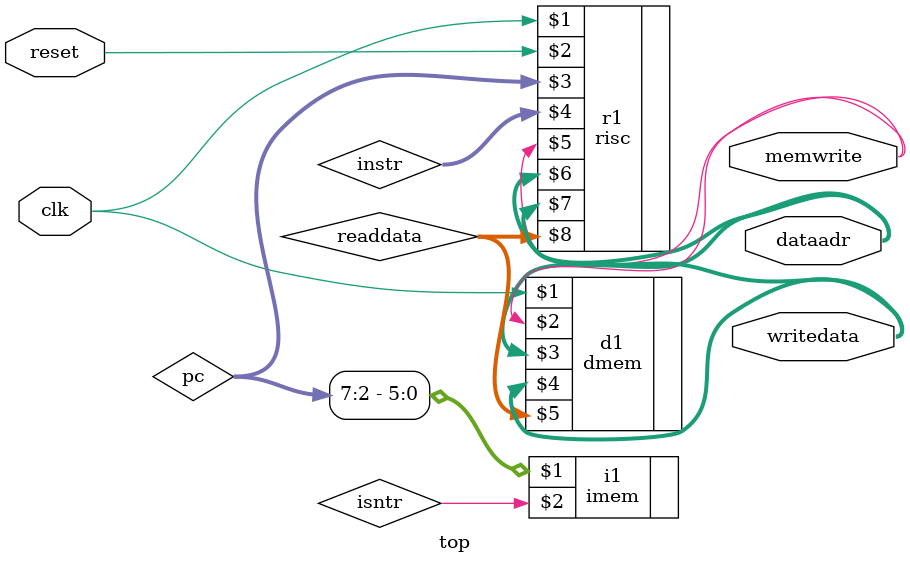
<source format=sv>
module top(input logic clk, reset,
			  output logic [31:0] writedata, dataadr,
			  output logic 		 memwrite);
			  
	logic [31:0] pc, instr, readdata;
	
	risc r1(clk, reset, pc, instr, memwrite, dataadr,
			  writedata, readdata);
	
	imem i1(pc[7:2], isntr);
	
	dmem d1(clk, memwrite, dataadr, writedata, readdata);

endmodule 
</source>
